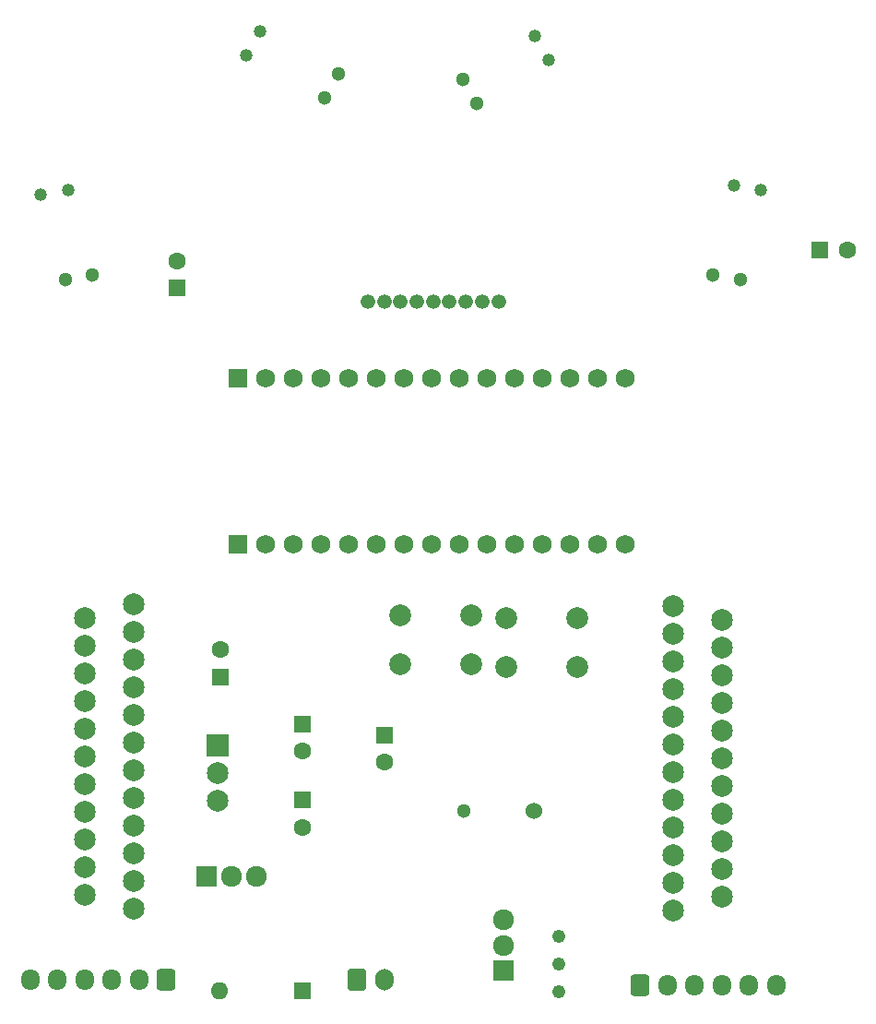
<source format=gbs>
%TF.GenerationSoftware,KiCad,Pcbnew,8.0.5*%
%TF.CreationDate,2024-11-23T08:17:22+09:00*%
%TF.ProjectId,mouse_v1,6d6f7573-655f-4763-912e-6b696361645f,rev?*%
%TF.SameCoordinates,Original*%
%TF.FileFunction,Soldermask,Bot*%
%TF.FilePolarity,Negative*%
%FSLAX46Y46*%
G04 Gerber Fmt 4.6, Leading zero omitted, Abs format (unit mm)*
G04 Created by KiCad (PCBNEW 8.0.5) date 2024-11-23 08:17:22*
%MOMM*%
%LPD*%
G01*
G04 APERTURE LIST*
G04 Aperture macros list*
%AMRoundRect*
0 Rectangle with rounded corners*
0 $1 Rounding radius*
0 $2 $3 $4 $5 $6 $7 $8 $9 X,Y pos of 4 corners*
0 Add a 4 corners polygon primitive as box body*
4,1,4,$2,$3,$4,$5,$6,$7,$8,$9,$2,$3,0*
0 Add four circle primitives for the rounded corners*
1,1,$1+$1,$2,$3*
1,1,$1+$1,$4,$5*
1,1,$1+$1,$6,$7*
1,1,$1+$1,$8,$9*
0 Add four rect primitives between the rounded corners*
20,1,$1+$1,$2,$3,$4,$5,0*
20,1,$1+$1,$4,$5,$6,$7,0*
20,1,$1+$1,$6,$7,$8,$9,0*
20,1,$1+$1,$8,$9,$2,$3,0*%
G04 Aperture macros list end*
%ADD10R,1.600000X1.600000*%
%ADD11C,1.600000*%
%ADD12C,1.217000*%
%ADD13R,1.920000X1.920000*%
%ADD14C,1.920000*%
%ADD15O,1.600000X1.600000*%
%ADD16C,1.337000*%
%ADD17C,1.524000*%
%ADD18C,1.300000*%
%ADD19C,2.000000*%
%ADD20RoundRect,0.102000X0.765000X-0.765000X0.765000X0.765000X-0.765000X0.765000X-0.765000X-0.765000X0*%
%ADD21C,1.734000*%
%ADD22C,1.995000*%
%ADD23R,1.995000X1.995000*%
%ADD24C,1.192000*%
%ADD25RoundRect,0.250000X-0.600000X-0.725000X0.600000X-0.725000X0.600000X0.725000X-0.600000X0.725000X0*%
%ADD26O,1.700000X1.950000*%
%ADD27RoundRect,0.250000X0.600000X0.725000X-0.600000X0.725000X-0.600000X-0.725000X0.600000X-0.725000X0*%
%ADD28RoundRect,0.250000X-0.600000X-0.750000X0.600000X-0.750000X0.600000X0.750000X-0.600000X0.750000X0*%
%ADD29O,1.700000X2.000000*%
G04 APERTURE END LIST*
D10*
%TO.C,C11*%
X139340000Y-82040000D03*
D11*
X141840000Y-82040000D03*
%TD*%
D12*
%TO.C,VR1*%
X115340000Y-150080000D03*
X115340000Y-147540000D03*
X115340000Y-145000000D03*
%TD*%
D13*
%TO.C,Q3*%
X110340000Y-148140000D03*
D14*
X110340000Y-145840000D03*
X110340000Y-143540000D03*
%TD*%
D10*
%TO.C,SW4*%
X91840000Y-150040000D03*
D15*
X84220000Y-150040000D03*
%TD*%
D16*
%TO.C,DS1*%
X97840000Y-86790000D03*
X99340000Y-86790000D03*
X100840000Y-86790000D03*
X102340000Y-86790000D03*
X103840000Y-86790000D03*
X105340000Y-86790000D03*
X106840000Y-86790000D03*
X108340000Y-86790000D03*
X109840000Y-86790000D03*
%TD*%
D17*
%TO.C,LS1*%
X113127500Y-133540000D03*
D18*
X106627500Y-133540000D03*
%TD*%
D10*
%TO.C,C8*%
X99340000Y-126540000D03*
D11*
X99340000Y-129040000D03*
%TD*%
D10*
%TO.C,C7*%
X91840000Y-125540000D03*
D11*
X91840000Y-128040000D03*
%TD*%
D19*
%TO.C,SW1*%
X117090000Y-120290000D03*
X110590000Y-120290000D03*
X117090000Y-115790000D03*
X110590000Y-115790000D03*
%TD*%
D20*
%TO.C,U1*%
X85940000Y-109040000D03*
D21*
X88480000Y-109040000D03*
X91020000Y-109040000D03*
X93560000Y-109040000D03*
X96100000Y-109040000D03*
X98640000Y-109040000D03*
X101180000Y-109040000D03*
X103720000Y-109040000D03*
X106260000Y-109040000D03*
X108800000Y-109040000D03*
X111340000Y-109040000D03*
X113880000Y-109040000D03*
X116420000Y-109040000D03*
X118960000Y-109040000D03*
X121500000Y-109040000D03*
D20*
X85940000Y-93800000D03*
D21*
X88480000Y-93800000D03*
X91020000Y-93800000D03*
X93560000Y-93800000D03*
X96100000Y-93800000D03*
X98640000Y-93800000D03*
X101180000Y-93800000D03*
X103720000Y-93800000D03*
X106260000Y-93800000D03*
X108800000Y-93800000D03*
X111340000Y-93800000D03*
X113880000Y-93800000D03*
X116420000Y-93800000D03*
X118960000Y-93800000D03*
X121500000Y-93800000D03*
%TD*%
D22*
%TO.C,U2*%
X125840000Y-114720000D03*
X130340000Y-115990000D03*
X125840000Y-117260000D03*
X130340000Y-118530000D03*
X125840000Y-119800000D03*
X130340000Y-121070000D03*
X125840000Y-122340000D03*
X130340000Y-123610000D03*
X125840000Y-124880000D03*
X130340000Y-126150000D03*
X125840000Y-127420000D03*
X130340000Y-128690000D03*
X125840000Y-129960000D03*
X130340000Y-131230000D03*
X125840000Y-132500000D03*
X130340000Y-133770000D03*
X125840000Y-135040000D03*
X130340000Y-136310000D03*
X125840000Y-137580000D03*
X130340000Y-138850000D03*
X125840000Y-140120000D03*
X130340000Y-141390000D03*
X125840000Y-142660000D03*
%TD*%
D23*
%TO.C,IC1*%
X84065000Y-127500000D03*
D22*
X84065000Y-130040000D03*
X84065000Y-132580000D03*
%TD*%
D19*
%TO.C,SW2*%
X107340000Y-120040000D03*
X100840000Y-120040000D03*
X107340000Y-115540000D03*
X100840000Y-115540000D03*
%TD*%
D10*
%TO.C,C4*%
X91840000Y-132540000D03*
D11*
X91840000Y-135040000D03*
%TD*%
D13*
%TO.C,Q2*%
X83040000Y-139540000D03*
D14*
X85340000Y-139540000D03*
X87640000Y-139540000D03*
%TD*%
D10*
%TO.C,C12*%
X80340000Y-85540000D03*
D11*
X80340000Y-83040000D03*
%TD*%
D10*
%TO.C,C2*%
X84340000Y-121222380D03*
D11*
X84340000Y-118722380D03*
%TD*%
D22*
%TO.C,U3*%
X76340000Y-142480000D03*
X71840000Y-141210000D03*
X76340000Y-139940000D03*
X71840000Y-138670000D03*
X76340000Y-137400000D03*
X71840000Y-136130000D03*
X76340000Y-134860000D03*
X71840000Y-133590000D03*
X76340000Y-132320000D03*
X71840000Y-131050000D03*
X76340000Y-129780000D03*
X71840000Y-128510000D03*
X76340000Y-127240000D03*
X71840000Y-125970000D03*
X76340000Y-124700000D03*
X71840000Y-123430000D03*
X76340000Y-122160000D03*
X71840000Y-120890000D03*
X76340000Y-119620000D03*
X71840000Y-118350000D03*
X76340000Y-117080000D03*
X71840000Y-115810000D03*
X76340000Y-114540000D03*
%TD*%
D24*
%TO.C,Q6*%
X113205000Y-62440148D03*
X114475000Y-64639853D03*
%TD*%
%TO.C,Q5*%
X86705000Y-64139852D03*
X87975000Y-61940147D03*
%TD*%
D25*
%TO.C,J2*%
X122840000Y-149540000D03*
D26*
X125340000Y-149540000D03*
X127840000Y-149540000D03*
X130340000Y-149540000D03*
X132840000Y-149540000D03*
X135340000Y-149540000D03*
%TD*%
D18*
%TO.C,LED4*%
X93840000Y-68040000D03*
X95110000Y-65840295D03*
%TD*%
D24*
%TO.C,Q7*%
X131426088Y-76098934D03*
X133927500Y-76540001D03*
%TD*%
D27*
%TO.C,J1*%
X79340000Y-149040000D03*
D26*
X76840000Y-149040000D03*
X74340000Y-149040000D03*
X71840000Y-149040000D03*
X69340000Y-149040000D03*
X66840000Y-149040000D03*
%TD*%
D28*
%TO.C,J3*%
X96840000Y-149040000D03*
D29*
X99340000Y-149040000D03*
%TD*%
D18*
%TO.C,LED3*%
X70059750Y-84765743D03*
X72561162Y-84324676D03*
%TD*%
D24*
%TO.C,Q4*%
X67838588Y-76981066D03*
X70340000Y-76539999D03*
%TD*%
D18*
%TO.C,LED2*%
X129559750Y-84314257D03*
X132061162Y-84755323D03*
%TD*%
%TO.C,LED1*%
X106570000Y-66340295D03*
X107840000Y-68540000D03*
%TD*%
M02*

</source>
